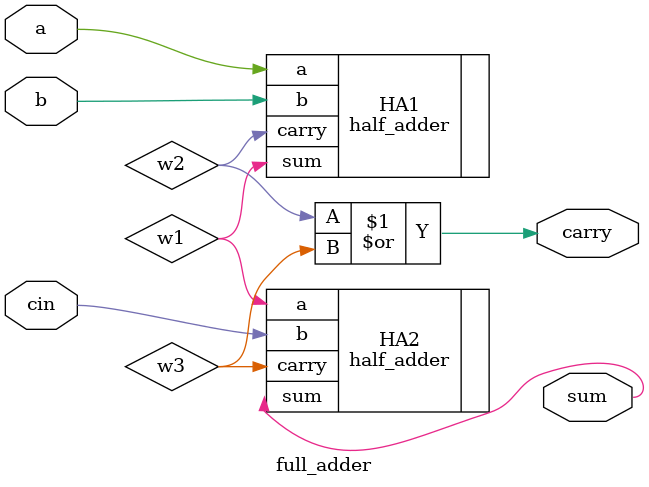
<source format=v>
module full_adder(input a,
		input b,
		input cin,
		output sum,
		output carry);
		wire w1,w2,w3;

		half_adder HA1(.a(a),.b(b),.sum(w1),.carry(w2));
		half_adder HA2(.a(w1),.b(cin),.sum(sum),.carry(w3));
		or OR1(carry,w2,w3);
endmodule
		
</source>
